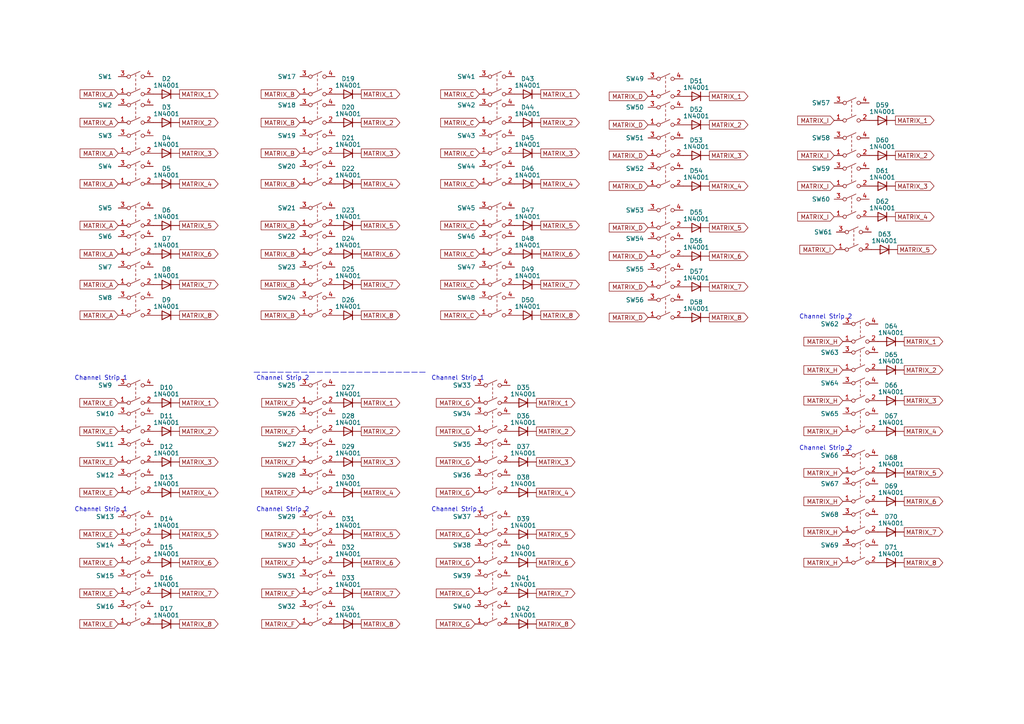
<source format=kicad_sch>
(kicad_sch (version 20211123) (generator eeschema)
  (paper "A4")
  (polyline (pts (xy 73.66 107.95) (xy 123.825 107.95)))
  (text "Channel Strip 2\n" (at 74.295 110.49 0) (effects (font (size 1.27 1.27)) (justify left bottom)))
  (text "Channel Strip 1\n" (at 21.59 110.49 0) (effects (font (size 1.27 1.27)) (justify left bottom)))
  (text "Channel Strip 2\n" (at 231.775 92.71 0) (effects (font (size 1.27 1.27)) (justify left bottom)))
  (text "Channel Strip 1\n" (at 21.59 148.59 0) (effects (font (size 1.27 1.27)) (justify left bottom)))
  (text "Channel Strip 2\n" (at 74.295 148.59 0) (effects (font (size 1.27 1.27)) (justify left bottom)))
  (text "Channel Strip 1\n" (at 125.095 110.49 0) (effects (font (size 1.27 1.27)) (justify left bottom)))
  (text "Channel Strip 1\n" (at 125.095 148.59 0) (effects (font (size 1.27 1.27)) (justify left bottom)))
  (text "Channel Strip 2\n" (at 231.775 130.81 0) (effects (font (size 1.27 1.27)) (justify left bottom)))
  (global_label "MATRIX_5" (shape output) (at 262.255 137.16 0) (property "Intersheet References" "${INTERSHEET_REFS}" (effects hide)))
  (global_label "MATRIX_8" (shape output) (at 52.07 91.44 0) (property "Intersheet References" "${INTERSHEET_REFS}" (effects hide)))
  (global_label "MATRIX_A" (shape input) (at 34.29 82.55 180) (property "Intersheet References" "${INTERSHEET_REFS}" (effects hide)))
  (global_label "MATRIX_3" (shape output) (at 205.74 45.085 0) (property "Intersheet References" "${INTERSHEET_REFS}" (effects hide)))
  (global_label "MATRIX_F" (shape input) (at 86.995 180.975 180) (property "Intersheet References" "${INTERSHEET_REFS}" (effects hide)))
  (global_label "MATRIX_E" (shape input) (at 34.29 154.94 180) (property "Intersheet References" "${INTERSHEET_REFS}" (effects hide)))
  (global_label "MATRIX_B" (shape input) (at 86.995 53.34 180) (property "Intersheet References" "${INTERSHEET_REFS}" (effects hide)))
  (global_label "MATRIX_A" (shape input) (at 34.29 91.44 180) (property "Intersheet References" "${INTERSHEET_REFS}" (effects hide)))
  (global_label "MATRIX_6" (shape output) (at 262.255 145.415 0) (property "Intersheet References" "${INTERSHEET_REFS}" (effects hide)))
  (global_label "MATRIX_7" (shape output) (at 156.845 82.55 0) (property "Intersheet References" "${INTERSHEET_REFS}" (effects hide)))
  (global_label "MATRIX_6" (shape output) (at 52.07 73.66 0) (property "Intersheet References" "${INTERSHEET_REFS}" (effects hide)))
  (global_label "MATRIX_G" (shape input) (at 137.795 172.085 180) (property "Intersheet References" "${INTERSHEET_REFS}" (effects hide)))
  (global_label "MATRIX_8" (shape output) (at 52.07 180.975 0) (property "Intersheet References" "${INTERSHEET_REFS}" (effects hide)))
  (global_label "MATRIX_I" (shape input) (at 241.935 34.925 180) (property "Intersheet References" "${INTERSHEET_REFS}" (effects hide)))
  (global_label "MATRIX_D" (shape input) (at 187.96 74.295 180) (property "Intersheet References" "${INTERSHEET_REFS}" (effects hide)))
  (global_label "MATRIX_G" (shape input) (at 137.795 125.095 180) (property "Intersheet References" "${INTERSHEET_REFS}" (effects hide)))
  (global_label "MATRIX_1" (shape output) (at 104.775 27.305 0) (property "Intersheet References" "${INTERSHEET_REFS}" (effects hide)))
  (global_label "MATRIX_A" (shape input) (at 34.29 35.56 180) (property "Intersheet References" "${INTERSHEET_REFS}" (effects hide)))
  (global_label "MATRIX_2" (shape output) (at 104.775 125.095 0) (property "Intersheet References" "${INTERSHEET_REFS}" (effects hide)))
  (global_label "MATRIX_F" (shape input) (at 86.995 142.875 180) (property "Intersheet References" "${INTERSHEET_REFS}" (effects hide)))
  (global_label "MATRIX_F" (shape input) (at 86.995 163.195 180) (property "Intersheet References" "${INTERSHEET_REFS}" (effects hide)))
  (global_label "MATRIX_7" (shape output) (at 205.74 83.185 0) (property "Intersheet References" "${INTERSHEET_REFS}" (effects hide)))
  (global_label "MATRIX_D" (shape input) (at 187.96 66.04 180) (property "Intersheet References" "${INTERSHEET_REFS}" (effects hide)))
  (global_label "MATRIX_5" (shape output) (at 260.35 72.39 0) (property "Intersheet References" "${INTERSHEET_REFS}" (effects hide)))
  (global_label "MATRIX_3" (shape output) (at 259.715 53.975 0) (property "Intersheet References" "${INTERSHEET_REFS}" (effects hide)))
  (global_label "MATRIX_F" (shape input) (at 86.995 125.095 180) (property "Intersheet References" "${INTERSHEET_REFS}" (effects hide)))
  (global_label "MATRIX_3" (shape output) (at 155.575 133.985 0) (property "Intersheet References" "${INTERSHEET_REFS}" (effects hide)))
  (global_label "MATRIX_1" (shape output) (at 52.07 27.305 0) (property "Intersheet References" "${INTERSHEET_REFS}" (effects hide)))
  (global_label "MATRIX_6" (shape output) (at 156.845 73.66 0) (property "Intersheet References" "${INTERSHEET_REFS}" (effects hide)))
  (global_label "MATRIX_D" (shape input) (at 187.96 83.185 180) (property "Intersheet References" "${INTERSHEET_REFS}" (effects hide)))
  (global_label "MATRIX_2" (shape output) (at 52.07 35.56 0) (property "Intersheet References" "${INTERSHEET_REFS}" (effects hide)))
  (global_label "MATRIX_E" (shape input) (at 34.29 116.84 180) (property "Intersheet References" "${INTERSHEET_REFS}" (effects hide)))
  (global_label "MATRIX_I" (shape input) (at 242.57 72.39 180) (property "Intersheet References" "${INTERSHEET_REFS}" (effects hide)))
  (global_label "MATRIX_6" (shape output) (at 52.07 163.195 0) (property "Intersheet References" "${INTERSHEET_REFS}" (effects hide)))
  (global_label "MATRIX_3" (shape output) (at 262.255 116.205 0) (property "Intersheet References" "${INTERSHEET_REFS}" (effects hide)))
  (global_label "MATRIX_C" (shape input) (at 139.065 53.34 180) (property "Intersheet References" "${INTERSHEET_REFS}" (effects hide)))
  (global_label "MATRIX_8" (shape output) (at 104.775 180.975 0) (property "Intersheet References" "${INTERSHEET_REFS}" (effects hide)))
  (global_label "MATRIX_2" (shape output) (at 156.845 35.56 0) (property "Intersheet References" "${INTERSHEET_REFS}" (effects hide)))
  (global_label "MATRIX_1" (shape output) (at 205.74 27.94 0) (property "Intersheet References" "${INTERSHEET_REFS}" (effects hide)))
  (global_label "MATRIX_4" (shape output) (at 156.845 53.34 0) (property "Intersheet References" "${INTERSHEET_REFS}" (effects hide)))
  (global_label "MATRIX_D" (shape input) (at 187.96 36.195 180) (property "Intersheet References" "${INTERSHEET_REFS}" (effects hide)))
  (global_label "MATRIX_G" (shape input) (at 137.795 154.94 180) (property "Intersheet References" "${INTERSHEET_REFS}" (effects hide)))
  (global_label "MATRIX_E" (shape input) (at 34.29 133.985 180) (property "Intersheet References" "${INTERSHEET_REFS}" (effects hide)))
  (global_label "MATRIX_H" (shape input) (at 244.475 145.415 180) (property "Intersheet References" "${INTERSHEET_REFS}" (effects hide)))
  (global_label "MATRIX_C" (shape input) (at 139.065 82.55 180) (property "Intersheet References" "${INTERSHEET_REFS}" (effects hide)))
  (global_label "MATRIX_2" (shape output) (at 155.575 125.095 0) (property "Intersheet References" "${INTERSHEET_REFS}" (effects hide)))
  (global_label "MATRIX_E" (shape input) (at 34.29 180.975 180) (property "Intersheet References" "${INTERSHEET_REFS}" (effects hide)))
  (global_label "MATRIX_1" (shape output) (at 262.255 99.06 0) (property "Intersheet References" "${INTERSHEET_REFS}" (effects hide)))
  (global_label "MATRIX_F" (shape input) (at 86.995 133.985 180) (property "Intersheet References" "${INTERSHEET_REFS}" (effects hide)))
  (global_label "MATRIX_B" (shape input) (at 86.995 73.66 180) (property "Intersheet References" "${INTERSHEET_REFS}" (effects hide)))
  (global_label "MATRIX_D" (shape input) (at 187.96 45.085 180) (property "Intersheet References" "${INTERSHEET_REFS}" (effects hide)))
  (global_label "MATRIX_F" (shape input) (at 86.995 172.085 180) (property "Intersheet References" "${INTERSHEET_REFS}" (effects hide)))
  (global_label "MATRIX_7" (shape output) (at 52.07 172.085 0) (property "Intersheet References" "${INTERSHEET_REFS}" (effects hide)))
  (global_label "MATRIX_4" (shape output) (at 262.255 125.095 0) (property "Intersheet References" "${INTERSHEET_REFS}" (effects hide)))
  (global_label "MATRIX_8" (shape output) (at 155.575 180.975 0) (property "Intersheet References" "${INTERSHEET_REFS}" (effects hide)))
  (global_label "MATRIX_E" (shape input) (at 34.29 172.085 180) (property "Intersheet References" "${INTERSHEET_REFS}" (effects hide)))
  (global_label "MATRIX_1" (shape output) (at 155.575 116.84 0) (property "Intersheet References" "${INTERSHEET_REFS}" (effects hide)))
  (global_label "MATRIX_3" (shape output) (at 52.07 133.985 0) (property "Intersheet References" "${INTERSHEET_REFS}" (effects hide)))
  (global_label "MATRIX_2" (shape output) (at 52.07 125.095 0) (property "Intersheet References" "${INTERSHEET_REFS}" (effects hide)))
  (global_label "MATRIX_4" (shape output) (at 205.74 53.975 0) (property "Intersheet References" "${INTERSHEET_REFS}" (effects hide)))
  (global_label "MATRIX_5" (shape output) (at 156.845 65.405 0) (property "Intersheet References" "${INTERSHEET_REFS}" (effects hide)))
  (global_label "MATRIX_H" (shape input) (at 244.475 154.305 180) (property "Intersheet References" "${INTERSHEET_REFS}" (effects hide)))
  (global_label "MATRIX_C" (shape input) (at 139.065 65.405 180) (property "Intersheet References" "${INTERSHEET_REFS}" (effects hide)))
  (global_label "MATRIX_B" (shape input) (at 86.995 44.45 180) (property "Intersheet References" "${INTERSHEET_REFS}" (effects hide)))
  (global_label "MATRIX_2" (shape output) (at 205.74 36.195 0) (property "Intersheet References" "${INTERSHEET_REFS}" (effects hide)))
  (global_label "MATRIX_8" (shape output) (at 205.74 92.075 0) (property "Intersheet References" "${INTERSHEET_REFS}" (effects hide)))
  (global_label "MATRIX_I" (shape input) (at 241.935 45.085 180) (property "Intersheet References" "${INTERSHEET_REFS}" (effects hide)))
  (global_label "MATRIX_4" (shape output) (at 52.07 142.875 0) (property "Intersheet References" "${INTERSHEET_REFS}" (effects hide)))
  (global_label "MATRIX_B" (shape input) (at 86.995 27.305 180) (property "Intersheet References" "${INTERSHEET_REFS}" (effects hide)))
  (global_label "MATRIX_A" (shape input) (at 34.29 53.34 180) (property "Intersheet References" "${INTERSHEET_REFS}" (effects hide)))
  (global_label "MATRIX_1" (shape output) (at 156.845 27.305 0) (property "Intersheet References" "${INTERSHEET_REFS}" (effects hide)))
  (global_label "MATRIX_C" (shape input) (at 139.065 91.44 180) (property "Intersheet References" "${INTERSHEET_REFS}" (effects hide)))
  (global_label "MATRIX_4" (shape output) (at 104.775 53.34 0) (property "Intersheet References" "${INTERSHEET_REFS}" (effects hide)))
  (global_label "MATRIX_F" (shape input) (at 86.995 116.84 180) (property "Intersheet References" "${INTERSHEET_REFS}" (effects hide)))
  (global_label "MATRIX_5" (shape output) (at 205.74 66.04 0) (property "Intersheet References" "${INTERSHEET_REFS}" (effects hide)))
  (global_label "MATRIX_3" (shape output) (at 104.775 133.985 0) (property "Intersheet References" "${INTERSHEET_REFS}" (effects hide)))
  (global_label "MATRIX_B" (shape input) (at 86.995 65.405 180) (property "Intersheet References" "${INTERSHEET_REFS}" (effects hide)))
  (global_label "MATRIX_G" (shape input) (at 137.795 133.985 180) (property "Intersheet References" "${INTERSHEET_REFS}" (effects hide)))
  (global_label "MATRIX_H" (shape input) (at 244.475 116.205 180) (property "Intersheet References" "${INTERSHEET_REFS}" (effects hide)))
  (global_label "MATRIX_7" (shape output) (at 262.255 154.305 0) (property "Intersheet References" "${INTERSHEET_REFS}" (effects hide)))
  (global_label "MATRIX_D" (shape input) (at 187.96 27.94 180) (property "Intersheet References" "${INTERSHEET_REFS}" (effects hide)))
  (global_label "MATRIX_8" (shape output) (at 262.255 163.195 0) (property "Intersheet References" "${INTERSHEET_REFS}" (effects hide)))
  (global_label "MATRIX_6" (shape output) (at 104.775 73.66 0) (property "Intersheet References" "${INTERSHEET_REFS}" (effects hide)))
  (global_label "MATRIX_B" (shape input) (at 86.995 35.56 180) (property "Intersheet References" "${INTERSHEET_REFS}" (effects hide)))
  (global_label "MATRIX_8" (shape output) (at 156.845 91.44 0) (property "Intersheet References" "${INTERSHEET_REFS}" (effects hide)))
  (global_label "MATRIX_A" (shape input) (at 34.29 27.305 180) (property "Intersheet References" "${INTERSHEET_REFS}" (effects hide)))
  (global_label "MATRIX_G" (shape input) (at 137.795 163.195 180) (property "Intersheet References" "${INTERSHEET_REFS}" (effects hide)))
  (global_label "MATRIX_4" (shape output) (at 52.07 53.34 0) (property "Intersheet References" "${INTERSHEET_REFS}" (effects hide)))
  (global_label "MATRIX_A" (shape input) (at 34.29 65.405 180) (property "Intersheet References" "${INTERSHEET_REFS}" (effects hide)))
  (global_label "MATRIX_C" (shape input) (at 139.065 27.305 180) (property "Intersheet References" "${INTERSHEET_REFS}" (effects hide)))
  (global_label "MATRIX_D" (shape input) (at 187.96 92.075 180) (property "Intersheet References" "${INTERSHEET_REFS}" (effects hide)))
  (global_label "MATRIX_G" (shape input) (at 137.795 180.975 180) (property "Intersheet References" "${INTERSHEET_REFS}" (effects hide)))
  (global_label "MATRIX_1" (shape output) (at 104.775 116.84 0) (property "Intersheet References" "${INTERSHEET_REFS}" (effects hide)))
  (global_label "MATRIX_3" (shape output) (at 156.845 44.45 0) (property "Intersheet References" "${INTERSHEET_REFS}" (effects hide)))
  (global_label "MATRIX_4" (shape output) (at 155.575 142.875 0) (property "Intersheet References" "${INTERSHEET_REFS}" (effects hide)))
  (global_label "MATRIX_E" (shape input) (at 34.29 163.195 180) (property "Intersheet References" "${INTERSHEET_REFS}" (effects hide)))
  (global_label "MATRIX_5" (shape output) (at 52.07 154.94 0) (property "Intersheet References" "${INTERSHEET_REFS}" (effects hide)))
  (global_label "MATRIX_6" (shape output) (at 205.74 74.295 0) (property "Intersheet References" "${INTERSHEET_REFS}" (effects hide)))
  (global_label "MATRIX_5" (shape output) (at 104.775 154.94 0) (property "Intersheet References" "${INTERSHEET_REFS}" (effects hide)))
  (global_label "MATRIX_4" (shape output) (at 259.715 62.865 0) (property "Intersheet References" "${INTERSHEET_REFS}" (effects hide)))
  (global_label "MATRIX_1" (shape output) (at 259.715 34.925 0) (property "Intersheet References" "${INTERSHEET_REFS}" (effects hide)))
  (global_label "MATRIX_2" (shape output) (at 104.775 35.56 0) (property "Intersheet References" "${INTERSHEET_REFS}" (effects hide)))
  (global_label "MATRIX_4" (shape output) (at 104.775 142.875 0) (property "Intersheet References" "${INTERSHEET_REFS}" (effects hide)))
  (global_label "MATRIX_G" (shape input) (at 137.795 142.875 180) (property "Intersheet References" "${INTERSHEET_REFS}" (effects hide)))
  (global_label "MATRIX_E" (shape input) (at 34.29 142.875 180) (property "Intersheet References" "${INTERSHEET_REFS}" (effects hide)))
  (global_label "MATRIX_2" (shape output) (at 259.715 45.085 0) (property "Intersheet References" "${INTERSHEET_REFS}" (effects hide)))
  (global_label "MATRIX_7" (shape output) (at 155.575 172.085 0) (property "Intersheet References" "${INTERSHEET_REFS}" (effects hide)))
  (global_label "MATRIX_I" (shape input) (at 241.935 53.975 180) (property "Intersheet References" "${INTERSHEET_REFS}" (effects hide)))
  (global_label "MATRIX_G" (shape input) (at 137.795 116.84 180) (property "Intersheet References" "${INTERSHEET_REFS}" (effects hide)))
  (global_label "MATRIX_1" (shape output) (at 52.07 116.84 0) (property "Intersheet References" "${INTERSHEET_REFS}" (effects hide)))
  (global_label "MATRIX_8" (shape output) (at 104.775 91.44 0) (property "Intersheet References" "${INTERSHEET_REFS}" (effects hide)))
  (global_label "MATRIX_5" (shape output) (at 52.07 65.405 0) (property "Intersheet References" "${INTERSHEET_REFS}" (effects hide)))
  (global_label "MATRIX_H" (shape input) (at 244.475 163.195 180) (property "Intersheet References" "${INTERSHEET_REFS}" (effects hide)))
  (global_label "MATRIX_C" (shape input) (at 139.065 35.56 180) (property "Intersheet References" "${INTERSHEET_REFS}" (effects hide)))
  (global_label "MATRIX_H" (shape input) (at 244.475 137.16 180) (property "Intersheet References" "${INTERSHEET_REFS}" (effects hide)))
  (global_label "MATRIX_3" (shape output) (at 52.07 44.45 0) (property "Intersheet References" "${INTERSHEET_REFS}" (effects hide)))
  (global_label "MATRIX_F" (shape input) (at 86.995 154.94 180) (property "Intersheet References" "${INTERSHEET_REFS}" (effects hide)))
  (global_label "MATRIX_7" (shape output) (at 104.775 172.085 0) (property "Intersheet References" "${INTERSHEET_REFS}" (effects hide)))
  (global_label "MATRIX_A" (shape input) (at 34.29 73.66 180) (property "Intersheet References" "${INTERSHEET_REFS}" (effects hide)))
  (global_label "MATRIX_5" (shape output) (at 155.575 154.94 0) (property "Intersheet References" "${INTERSHEET_REFS}" (effects hide)))
  (global_label "MATRIX_C" (shape input) (at 139.065 44.45 180) (property "Intersheet References" "${INTERSHEET_REFS}" (effects hide)))
  (global_label "MATRIX_6" (shape output) (at 104.775 163.195 0) (property "Intersheet References" "${INTERSHEET_REFS}" (effects hide)))
  (global_label "MATRIX_2" (shape output) (at 262.255 107.315 0) (property "Intersheet References" "${INTERSHEET_REFS}" (effects hide)))
  (global_label "MATRIX_B" (shape input) (at 86.995 82.55 180) (property "Intersheet References" "${INTERSHEET_REFS}" (effects hide)))
  (global_label "MATRIX_7" (shape output) (at 104.775 82.55 0) (property "Intersheet References" "${INTERSHEET_REFS}" (effects hide)))
  (global_label "MATRIX_E" (shape input) (at 34.29 125.095 180) (property "Intersheet References" "${INTERSHEET_REFS}" (effects hide)))
  (global_label "MATRIX_H" (shape input) (at 244.475 125.095 180) (property "Intersheet References" "${INTERSHEET_REFS}" (effects hide)))
  (global_label "MATRIX_C" (shape input) (at 139.065 73.66 180) (property "Intersheet References" "${INTERSHEET_REFS}" (effects hide)))
  (global_label "MATRIX_H" (shape input) (at 244.475 99.06 180) (property "Intersheet References" "${INTERSHEET_REFS}" (effects hide)))
  (global_label "MATRIX_H" (shape input) (at 244.475 107.315 180) (property "Intersheet References" "${INTERSHEET_REFS}" (effects hide)))
  (global_label "MATRIX_6" (shape output) (at 155.575 163.195 0) (property "Intersheet References" "${INTERSHEET_REFS}" (effects hide)))
  (global_label "MATRIX_A" (shape input) (at 34.29 44.45 180) (property "Intersheet References" "${INTERSHEET_REFS}" (effects hide)))
  (global_label "MATRIX_3" (shape output) (at 104.775 44.45 0) (property "Intersheet References" "${INTERSHEET_REFS}" (effects hide)))
  (global_label "MATRIX_D" (shape input) (at 187.96 53.975 180) (property "Intersheet References" "${INTERSHEET_REFS}" (effects hide)))
  (global_label "MATRIX_I" (shape input) (at 241.935 62.865 180) (property "Intersheet References" "${INTERSHEET_REFS}" (effects hide)))
  (global_label "MATRIX_7" (shape output) (at 52.07 82.55 0) (property "Intersheet References" "${INTERSHEET_REFS}" (effects hide)))
  (global_label "MATRIX_B" (shape input) (at 86.995 91.44 180) (property "Intersheet References" "${INTERSHEET_REFS}" (effects hide)))
  (global_label "MATRIX_5" (shape output) (at 104.775 65.405 0) (property "Intersheet References" "${INTERSHEET_REFS}" (effects hide)))
  (symbol (lib_id "Z8C rev3-cache:Switch_SW_DPST") (at 144.145 80.01 0) (unit 1)
    (property "Reference" "SW47" (at 135.255 77.47 0))
    (property "Value" "Switch_SW_DPST" (effects hide))
    (property "Footprint" "cherrymx:SW_Cherry_MX_PCB_1.00u" (effects hide))
  )
  (symbol (lib_id "Z8C rev3-cache:Switch_SW_DPST") (at 39.37 88.9 0) (unit 1)
    (property "Reference" "SW8" (at 30.48 86.36 0))
    (property "Value" "Switch_SW_DPST" (effects hide))
    (property "Footprint" "cherrymx:SW_Cherry_MX_PCB_1.00u" (effects hide))
  )
  (symbol (lib_id "Diode:1N4001") (at 100.965 91.44 180) (unit 1)
    (property "Reference" "D26" (at 100.965 86.995 0))
    (property "Value" "1N4001" (at 100.965 88.9 0))
    (property "Footprint" "Diode_THT:D_DO-41_SOD81_P10.16mm_Horizontal" (effects hide))
    (property "Datasheet" "http://www.vishay.com/docs/88503/1n4001.pdf" (effects hide))
  )
  (symbol (lib_id "Diode:1N4001") (at 100.965 73.66 180) (unit 1)
    (property "Reference" "D24" (at 100.965 69.215 0))
    (property "Value" "1N4001" (at 100.965 71.12 0))
    (property "Footprint" "Diode_THT:D_DO-41_SOD81_P10.16mm_Horizontal" (effects hide))
    (property "Datasheet" "http://www.vishay.com/docs/88503/1n4001.pdf" (effects hide))
  )
  (symbol (lib_id "Z8C rev3-cache:Switch_SW_DPST") (at 193.04 71.755 0) (unit 1)
    (property "Reference" "SW54" (at 184.15 69.215 0))
    (property "Value" "Switch_SW_DPST" (effects hide))
    (property "Footprint" "cherrymx:SW_Cherry_MX_PCB_1.00u" (effects hide))
  )
  (symbol (lib_id "Diode:1N4001") (at 258.445 116.205 180) (unit 1)
    (property "Reference" "D66" (at 258.445 111.76 0))
    (property "Value" "1N4001" (at 258.445 113.665 0))
    (property "Footprint" "Diode_THT:D_DO-41_SOD81_P10.16mm_Horizontal" (effects hide))
    (property "Datasheet" "http://www.vishay.com/docs/88503/1n4001.pdf" (effects hide))
  )
  (symbol (lib_id "Diode:1N4001") (at 48.26 125.095 180) (unit 1)
    (property "Reference" "D11" (at 48.26 120.65 0))
    (property "Value" "1N4001" (at 48.26 122.555 0))
    (property "Footprint" "Diode_THT:D_DO-41_SOD81_P10.16mm_Horizontal" (effects hide))
    (property "Datasheet" "http://www.vishay.com/docs/88503/1n4001.pdf" (effects hide))
  )
  (symbol (lib_id "Z8C rev3-cache:Switch_SW_DPST") (at 92.075 140.335 0) (unit 1)
    (property "Reference" "SW28" (at 83.185 137.795 0))
    (property "Value" "Switch_SW_DPST" (effects hide))
    (property "Footprint" "cherrymx:SW_Cherry_MX_PCB_1.00u" (effects hide))
  )
  (symbol (lib_id "Diode:1N4001") (at 100.965 163.195 180) (unit 1)
    (property "Reference" "D32" (at 100.965 158.75 0))
    (property "Value" "1N4001" (at 100.965 160.655 0))
    (property "Footprint" "Diode_THT:D_DO-41_SOD81_P10.16mm_Horizontal" (effects hide))
    (property "Datasheet" "http://www.vishay.com/docs/88503/1n4001.pdf" (effects hide))
  )
  (symbol (lib_id "Diode:1N4001") (at 100.965 172.085 180) (unit 1)
    (property "Reference" "D33" (at 100.965 167.64 0))
    (property "Value" "1N4001" (at 100.965 169.545 0))
    (property "Footprint" "Diode_THT:D_DO-41_SOD81_P10.16mm_Horizontal" (effects hide))
    (property "Datasheet" "http://www.vishay.com/docs/88503/1n4001.pdf" (effects hide))
  )
  (symbol (lib_id "Z8C rev3-cache:Switch_SW_DPST") (at 193.04 63.5 0) (unit 1)
    (property "Reference" "SW53" (at 184.15 60.96 0))
    (property "Value" "Switch_SW_DPST" (effects hide))
    (property "Footprint" "cherrymx:SW_Cherry_MX_PCB_1.00u" (effects hide))
  )
  (symbol (lib_id "Z8C rev3-cache:Switch_SW_DPST") (at 193.04 80.645 0) (unit 1)
    (property "Reference" "SW55" (at 184.15 78.105 0))
    (property "Value" "Switch_SW_DPST" (effects hide))
    (property "Footprint" "cherrymx:SW_Cherry_MX_PCB_1.00u" (effects hide))
  )
  (symbol (lib_id "Z8C rev3-cache:Switch_SW_DPST") (at 142.875 152.4 0) (unit 1)
    (property "Reference" "SW37" (at 133.985 149.86 0))
    (property "Value" "Switch_SW_DPST" (effects hide))
    (property "Footprint" "cherrymx:SW_Cherry_MX_PCB_1.00u" (effects hide))
  )
  (symbol (lib_id "Diode:1N4001") (at 48.26 142.875 180) (unit 1)
    (property "Reference" "D13" (at 48.26 138.43 0))
    (property "Value" "1N4001" (at 48.26 140.335 0))
    (property "Footprint" "Diode_THT:D_DO-41_SOD81_P10.16mm_Horizontal" (effects hide))
    (property "Datasheet" "http://www.vishay.com/docs/88503/1n4001.pdf" (effects hide))
  )
  (symbol (lib_id "Diode:1N4001") (at 201.93 53.975 180) (unit 1)
    (property "Reference" "D54" (at 201.93 49.53 0))
    (property "Value" "1N4001" (at 201.93 51.435 0))
    (property "Footprint" "Diode_THT:D_DO-41_SOD81_P10.16mm_Horizontal" (effects hide))
    (property "Datasheet" "http://www.vishay.com/docs/88503/1n4001.pdf" (effects hide))
  )
  (symbol (lib_id "Diode:1N4001") (at 100.965 44.45 180) (unit 1)
    (property "Reference" "D21" (at 100.965 40.005 0))
    (property "Value" "1N4001" (at 100.965 41.91 0))
    (property "Footprint" "Diode_THT:D_DO-41_SOD81_P10.16mm_Horizontal" (effects hide))
    (property "Datasheet" "http://www.vishay.com/docs/88503/1n4001.pdf" (effects hide))
  )
  (symbol (lib_id "Z8C rev3-cache:Switch_SW_DPST") (at 92.075 169.545 0) (unit 1)
    (property "Reference" "SW31" (at 83.185 167.005 0))
    (property "Value" "Switch_SW_DPST" (effects hide))
    (property "Footprint" "cherrymx:SW_Cherry_MX_PCB_1.00u" (effects hide))
  )
  (symbol (lib_id "Diode:1N4001") (at 153.035 27.305 180) (unit 1)
    (property "Reference" "D43" (at 153.035 22.86 0))
    (property "Value" "1N4001" (at 153.035 24.765 0))
    (property "Footprint" "Diode_THT:D_DO-41_SOD81_P10.16mm_Horizontal" (effects hide))
    (property "Datasheet" "http://www.vishay.com/docs/88503/1n4001.pdf" (effects hide))
  )
  (symbol (lib_id "Diode:1N4001") (at 258.445 145.415 180) (unit 1)
    (property "Reference" "D69" (at 258.445 140.97 0))
    (property "Value" "1N4001" (at 258.445 142.875 0))
    (property "Footprint" "Diode_THT:D_DO-41_SOD81_P10.16mm_Horizontal" (effects hide))
    (property "Datasheet" "http://www.vishay.com/docs/88503/1n4001.pdf" (effects hide))
  )
  (symbol (lib_id "Z8C rev3-cache:Switch_SW_DPST") (at 92.075 122.555 0) (unit 1)
    (property "Reference" "SW26" (at 83.185 120.015 0))
    (property "Value" "Switch_SW_DPST" (effects hide))
    (property "Footprint" "cherrymx:SW_Cherry_MX_PCB_1.00u" (effects hide))
  )
  (symbol (lib_id "Diode:1N4001") (at 48.26 180.975 180) (unit 1)
    (property "Reference" "D17" (at 48.26 176.53 0))
    (property "Value" "1N4001" (at 48.26 178.435 0))
    (property "Footprint" "Diode_THT:D_DO-41_SOD81_P10.16mm_Horizontal" (effects hide))
    (property "Datasheet" "http://www.vishay.com/docs/88503/1n4001.pdf" (effects hide))
  )
  (symbol (lib_id "Z8C rev3-cache:Switch_SW_DPST") (at 39.37 152.4 0) (unit 1)
    (property "Reference" "SW13" (at 30.48 149.86 0))
    (property "Value" "Switch_SW_DPST" (effects hide))
    (property "Footprint" "cherrymx:SW_Cherry_MX_PCB_1.00u" (effects hide))
  )
  (symbol (lib_id "Diode:1N4001") (at 258.445 154.305 180) (unit 1)
    (property "Reference" "D70" (at 258.445 149.86 0))
    (property "Value" "1N4001" (at 258.445 151.765 0))
    (property "Footprint" "Diode_THT:D_DO-41_SOD81_P10.16mm_Horizontal" (effects hide))
    (property "Datasheet" "http://www.vishay.com/docs/88503/1n4001.pdf" (effects hide))
  )
  (symbol (lib_id "Z8C rev3-cache:Switch_SW_DPST") (at 193.04 89.535 0) (unit 1)
    (property "Reference" "SW56" (at 184.15 86.995 0))
    (property "Value" "Switch_SW_DPST" (effects hide))
    (property "Footprint" "cherrymx:SW_Cherry_MX_PCB_1.00u" (effects hide))
  )
  (symbol (lib_id "Z8C rev3-cache:Switch_SW_DPST") (at 249.555 104.775 0) (unit 1)
    (property "Reference" "SW63" (at 240.665 102.235 0))
    (property "Value" "Switch_SW_DPST" (effects hide))
    (property "Footprint" "cherrymx:SW_Cherry_MX_PCB_1.00u" (effects hide))
  )
  (symbol (lib_id "Z8C rev3-cache:Switch_SW_DPST") (at 39.37 24.765 0) (unit 1)
    (property "Reference" "SW1" (at 30.48 22.225 0))
    (property "Value" "Switch_SW_DPST" (effects hide))
    (property "Footprint" "cherrymx:SW_Cherry_MX_PCB_1.00u" (effects hide))
  )
  (symbol (lib_id "Z8C rev3-cache:Switch_SW_DPST") (at 249.555 134.62 0) (unit 1)
    (property "Reference" "SW66" (at 240.665 132.08 0))
    (property "Value" "Switch_SW_DPST" (effects hide))
    (property "Footprint" "cherrymx:SW_Cherry_MX_PCB_1.00u" (effects hide))
  )
  (symbol (lib_id "Diode:1N4001") (at 258.445 163.195 180) (unit 1)
    (property "Reference" "D71" (at 258.445 158.75 0))
    (property "Value" "1N4001" (at 258.445 160.655 0))
    (property "Footprint" "Diode_THT:D_DO-41_SOD81_P10.16mm_Horizontal" (effects hide))
    (property "Datasheet" "http://www.vishay.com/docs/88503/1n4001.pdf" (effects hide))
  )
  (symbol (lib_id "Diode:1N4001") (at 153.035 53.34 180) (unit 1)
    (property "Reference" "D46" (at 153.035 48.895 0))
    (property "Value" "1N4001" (at 153.035 50.8 0))
    (property "Footprint" "Diode_THT:D_DO-41_SOD81_P10.16mm_Horizontal" (effects hide))
    (property "Datasheet" "http://www.vishay.com/docs/88503/1n4001.pdf" (effects hide))
  )
  (symbol (lib_id "Diode:1N4001") (at 153.035 82.55 180) (unit 1)
    (property "Reference" "D49" (at 153.035 78.105 0))
    (property "Value" "1N4001" (at 153.035 80.01 0))
    (property "Footprint" "Diode_THT:D_DO-41_SOD81_P10.16mm_Horizontal" (effects hide))
    (property "Datasheet" "http://www.vishay.com/docs/88503/1n4001.pdf" (effects hide))
  )
  (symbol (lib_id "Diode:1N4001") (at 48.26 44.45 180) (unit 1)
    (property "Reference" "D4" (at 48.26 40.005 0))
    (property "Value" "1N4001" (at 48.26 41.91 0))
    (property "Footprint" "Diode_THT:D_DO-41_SOD81_P10.16mm_Horizontal" (effects hide))
    (property "Datasheet" "http://www.vishay.com/docs/88503/1n4001.pdf" (effects hide))
  )
  (symbol (lib_id "Diode:1N4001") (at 201.93 45.085 180) (unit 1)
    (property "Reference" "D53" (at 201.93 40.64 0))
    (property "Value" "1N4001" (at 201.93 42.545 0))
    (property "Footprint" "Diode_THT:D_DO-41_SOD81_P10.16mm_Horizontal" (effects hide))
    (property "Datasheet" "http://www.vishay.com/docs/88503/1n4001.pdf" (effects hide))
  )
  (symbol (lib_id "Z8C rev3-cache:Switch_SW_DPST") (at 39.37 33.02 0) (unit 1)
    (property "Reference" "SW2" (at 30.48 30.48 0))
    (property "Value" "Switch_SW_DPST" (effects hide))
    (property "Footprint" "cherrymx:SW_Cherry_MX_PCB_1.00u" (effects hide))
  )
  (symbol (lib_id "Z8C rev3-cache:Switch_SW_DPST") (at 193.04 33.655 0) (unit 1)
    (property "Reference" "SW50" (at 184.15 31.115 0))
    (property "Value" "Switch_SW_DPST" (effects hide))
    (property "Footprint" "cherrymx:SW_Cherry_MX_PCB_1.00u" (effects hide))
  )
  (symbol (lib_id "Diode:1N4001") (at 151.765 172.085 180) (unit 1)
    (property "Reference" "D41" (at 151.765 167.64 0))
    (property "Value" "1N4001" (at 151.765 169.545 0))
    (property "Footprint" "Diode_THT:D_DO-41_SOD81_P10.16mm_Horizontal" (effects hide))
    (property "Datasheet" "http://www.vishay.com/docs/88503/1n4001.pdf" (effects hide))
  )
  (symbol (lib_id "Z8C rev3-cache:Switch_SW_DPST") (at 249.555 122.555 0) (unit 1)
    (property "Reference" "SW65" (at 240.665 120.015 0))
    (property "Value" "Switch_SW_DPST" (effects hide))
    (property "Footprint" "cherrymx:SW_Cherry_MX_PCB_1.00u" (effects hide))
  )
  (symbol (lib_id "Diode:1N4001") (at 151.765 180.975 180) (unit 1)
    (property "Reference" "D42" (at 151.765 176.53 0))
    (property "Value" "1N4001" (at 151.765 178.435 0))
    (property "Footprint" "Diode_THT:D_DO-41_SOD81_P10.16mm_Horizontal" (effects hide))
    (property "Datasheet" "http://www.vishay.com/docs/88503/1n4001.pdf" (effects hide))
  )
  (symbol (lib_id "Diode:1N4001") (at 151.765 163.195 180) (unit 1)
    (property "Reference" "D40" (at 151.765 158.75 0))
    (property "Value" "1N4001" (at 151.765 160.655 0))
    (property "Footprint" "Diode_THT:D_DO-41_SOD81_P10.16mm_Horizontal" (effects hide))
    (property "Datasheet" "http://www.vishay.com/docs/88503/1n4001.pdf" (effects hide))
  )
  (symbol (lib_id "Diode:1N4001") (at 48.26 172.085 180) (unit 1)
    (property "Reference" "D16" (at 48.26 167.64 0))
    (property "Value" "1N4001" (at 48.26 169.545 0))
    (property "Footprint" "Diode_THT:D_DO-41_SOD81_P10.16mm_Horizontal" (effects hide))
    (property "Datasheet" "http://www.vishay.com/docs/88503/1n4001.pdf" (effects hide))
  )
  (symbol (lib_id "Diode:1N4001") (at 100.965 53.34 180) (unit 1)
    (property "Reference" "D22" (at 100.965 48.895 0))
    (property "Value" "1N4001" (at 100.965 50.8 0))
    (property "Footprint" "Diode_THT:D_DO-41_SOD81_P10.16mm_Horizontal" (effects hide))
    (property "Datasheet" "http://www.vishay.com/docs/88503/1n4001.pdf" (effects hide))
  )
  (symbol (lib_id "Diode:1N4001") (at 100.965 27.305 180) (unit 1)
    (property "Reference" "D19" (at 100.965 22.86 0))
    (property "Value" "1N4001" (at 100.965 24.765 0))
    (property "Footprint" "Diode_THT:D_DO-41_SOD81_P10.16mm_Horizontal" (effects hide))
    (property "Datasheet" "http://www.vishay.com/docs/88503/1n4001.pdf" (effects hide))
  )
  (symbol (lib_id "Z8C rev3-cache:Switch_SW_DPST") (at 92.075 41.91 0) (unit 1)
    (property "Reference" "SW19" (at 83.185 39.37 0))
    (property "Value" "Switch_SW_DPST" (effects hide))
    (property "Footprint" "cherrymx:SW_Cherry_MX_PCB_1.00u" (effects hide))
  )
  (symbol (lib_id "Diode:1N4001") (at 151.765 154.94 180) (unit 1)
    (property "Reference" "D39" (at 151.765 150.495 0))
    (property "Value" "1N4001" (at 151.765 152.4 0))
    (property "Footprint" "Diode_THT:D_DO-41_SOD81_P10.16mm_Horizontal" (effects hide))
    (property "Datasheet" "http://www.vishay.com/docs/88503/1n4001.pdf" (effects hide))
  )
  (symbol (lib_id "Z8C rev3-cache:Switch_SW_DPST") (at 39.37 80.01 0) (unit 1)
    (property "Reference" "SW7" (at 30.48 77.47 0))
    (property "Value" "Switch_SW_DPST" (effects hide))
    (property "Footprint" "cherrymx:SW_Cherry_MX_PCB_1.00u" (effects hide))
  )
  (symbol (lib_id "Diode:1N4001") (at 100.965 154.94 180) (unit 1)
    (property "Reference" "D31" (at 100.965 150.495 0))
    (property "Value" "1N4001" (at 100.965 152.4 0))
    (property "Footprint" "Diode_THT:D_DO-41_SOD81_P10.16mm_Horizontal" (effects hide))
    (property "Datasheet" "http://www.vishay.com/docs/88503/1n4001.pdf" (effects hide))
  )
  (symbol (lib_id "Z8C rev3-cache:Switch_SW_DPST") (at 144.145 41.91 0) (unit 1)
    (property "Reference" "SW43" (at 135.255 39.37 0))
    (property "Value" "Switch_SW_DPST" (effects hide))
    (property "Footprint" "cherrymx:SW_Cherry_MX_PCB_1.00u" (effects hide))
  )
  (symbol (lib_id "Diode:1N4001") (at 255.905 62.865 180) (unit 1)
    (property "Reference" "D62" (at 255.905 58.42 0))
    (property "Value" "1N4001" (at 255.905 60.325 0))
    (property "Footprint" "Diode_THT:D_DO-41_SOD81_P10.16mm_Horizontal" (effects hide))
    (property "Datasheet" "http://www.vishay.com/docs/88503/1n4001.pdf" (effects hide))
  )
  (symbol (lib_id "Diode:1N4001") (at 258.445 99.06 180) (unit 1)
    (property "Reference" "D64" (at 258.445 94.615 0))
    (property "Value" "1N4001" (at 258.445 96.52 0))
    (property "Footprint" "Diode_THT:D_DO-41_SOD81_P10.16mm_Horizontal" (effects hide))
    (property "Datasheet" "http://www.vishay.com/docs/88503/1n4001.pdf" (effects hide))
  )
  (symbol (lib_id "Diode:1N4001") (at 258.445 125.095 180) (unit 1)
    (property "Reference" "D67" (at 258.445 120.65 0))
    (property "Value" "1N4001" (at 258.445 122.555 0))
    (property "Footprint" "Diode_THT:D_DO-41_SOD81_P10.16mm_Horizontal" (effects hide))
    (property "Datasheet" "http://www.vishay.com/docs/88503/1n4001.pdf" (effects hide))
  )
  (symbol (lib_id "Z8C rev3-cache:Switch_SW_DPST") (at 39.37 41.91 0) (unit 1)
    (property "Reference" "SW3" (at 30.48 39.37 0))
    (property "Value" "Switch_SW_DPST" (effects hide))
    (property "Footprint" "cherrymx:SW_Cherry_MX_PCB_1.00u" (effects hide))
  )
  (symbol (lib_id "Z8C rev3-cache:Switch_SW_DPST") (at 39.37 122.555 0) (unit 1)
    (property "Reference" "SW10" (at 30.48 120.015 0))
    (property "Value" "Switch_SW_DPST" (effects hide))
    (property "Footprint" "cherrymx:SW_Cherry_MX_PCB_1.00u" (effects hide))
  )
  (symbol (lib_id "Diode:1N4001") (at 255.905 53.975 180) (unit 1)
    (property "Reference" "D61" (at 255.905 49.53 0))
    (property "Value" "1N4001" (at 255.905 51.435 0))
    (property "Footprint" "Diode_THT:D_DO-41_SOD81_P10.16mm_Horizontal" (effects hide))
    (property "Datasheet" "http://www.vishay.com/docs/88503/1n4001.pdf" (effects hide))
  )
  (symbol (lib_id "Diode:1N4001") (at 48.26 163.195 180) (unit 1)
    (property "Reference" "D15" (at 48.26 158.75 0))
    (property "Value" "1N4001" (at 48.26 160.655 0))
    (property "Footprint" "Diode_THT:D_DO-41_SOD81_P10.16mm_Horizontal" (effects hide))
    (property "Datasheet" "http://www.vishay.com/docs/88503/1n4001.pdf" (effects hide))
  )
  (symbol (lib_id "Diode:1N4001") (at 201.93 66.04 180) (unit 1)
    (property "Reference" "D55" (at 201.93 61.595 0))
    (property "Value" "1N4001" (at 201.93 63.5 0))
    (property "Footprint" "Diode_THT:D_DO-41_SOD81_P10.16mm_Horizontal" (effects hide))
    (property "Datasheet" "http://www.vishay.com/docs/88503/1n4001.pdf" (effects hide))
  )
  (symbol (lib_id "Z8C rev3-cache:Switch_SW_DPST") (at 142.875 160.655 0) (unit 1)
    (property "Reference" "SW38" (at 133.985 158.115 0))
    (property "Value" "Switch_SW_DPST" (effects hide))
    (property "Footprint" "cherrymx:SW_Cherry_MX_PCB_1.00u" (effects hide))
  )
  (symbol (lib_id "Diode:1N4001") (at 255.905 45.085 180) (unit 1)
    (property "Reference" "D60" (at 255.905 40.64 0))
    (property "Value" "1N4001" (at 255.905 42.545 0))
    (property "Footprint" "Diode_THT:D_DO-41_SOD81_P10.16mm_Horizontal" (effects hide))
    (property "Datasheet" "http://www.vishay.com/docs/88503/1n4001.pdf" (effects hide))
  )
  (symbol (lib_id "Diode:1N4001") (at 153.035 44.45 180) (unit 1)
    (property "Reference" "D45" (at 153.035 40.005 0))
    (property "Value" "1N4001" (at 153.035 41.91 0))
    (property "Footprint" "Diode_THT:D_DO-41_SOD81_P10.16mm_Horizontal" (effects hide))
    (property "Datasheet" "http://www.vishay.com/docs/88503/1n4001.pdf" (effects hide))
  )
  (symbol (lib_id "Diode:1N4001") (at 201.93 83.185 180) (unit 1)
    (property "Reference" "D57" (at 201.93 78.74 0))
    (property "Value" "1N4001" (at 201.93 80.645 0))
    (property "Footprint" "Diode_THT:D_DO-41_SOD81_P10.16mm_Horizontal" (effects hide))
    (property "Datasheet" "http://www.vishay.com/docs/88503/1n4001.pdf" (effects hide))
  )
  (symbol (lib_id "Diode:1N4001") (at 153.035 73.66 180) (unit 1)
    (property "Reference" "D48" (at 153.035 69.215 0))
    (property "Value" "1N4001" (at 153.035 71.12 0))
    (property "Footprint" "Diode_THT:D_DO-41_SOD81_P10.16mm_Horizontal" (effects hide))
    (property "Datasheet" "http://www.vishay.com/docs/88503/1n4001.pdf" (effects hide))
  )
  (symbol (lib_id "Z8C rev3-cache:Switch_SW_DPST") (at 247.65 69.85 0) (unit 1)
    (property "Reference" "SW61" (at 238.76 67.31 0))
    (property "Value" "Switch_SW_DPST" (effects hide))
    (property "Footprint" "cherrymx:SW_Cherry_MX_PCB_1.00u" (effects hide))
  )
  (symbol (lib_id "Z8C rev3-cache:Switch_SW_DPST") (at 193.04 51.435 0) (unit 1)
    (property "Reference" "SW52" (at 184.15 48.895 0))
    (property "Value" "Switch_SW_DPST" (effects hide))
    (property "Footprint" "cherrymx:SW_Cherry_MX_PCB_1.00u" (effects hide))
  )
  (symbol (lib_id "Diode:1N4001") (at 153.035 91.44 180) (unit 1)
    (property "Reference" "D50" (at 153.035 86.995 0))
    (property "Value" "1N4001" (at 153.035 88.9 0))
    (property "Footprint" "Diode_THT:D_DO-41_SOD81_P10.16mm_Horizontal" (effects hide))
    (property "Datasheet" "http://www.vishay.com/docs/88503/1n4001.pdf" (effects hide))
  )
  (symbol (lib_id "Diode:1N4001") (at 48.26 91.44 180) (unit 1)
    (property "Reference" "D9" (at 48.26 86.995 0))
    (property "Value" "1N4001" (at 48.26 88.9 0))
    (property "Footprint" "Diode_THT:D_DO-41_SOD81_P10.16mm_Horizontal" (effects hide))
    (property "Datasheet" "http://www.vishay.com/docs/88503/1n4001.pdf" (effects hide))
  )
  (symbol (lib_id "Z8C rev3-cache:Switch_SW_DPST") (at 144.145 88.9 0) (unit 1)
    (property "Reference" "SW48" (at 135.255 86.36 0))
    (property "Value" "Switch_SW_DPST" (effects hide))
    (property "Footprint" "cherrymx:SW_Cherry_MX_PCB_1.00u" (effects hide))
  )
  (symbol (lib_id "Diode:1N4001") (at 100.965 142.875 180) (unit 1)
    (property "Reference" "D30" (at 100.965 138.43 0))
    (property "Value" "1N4001" (at 100.965 140.335 0))
    (property "Footprint" "Diode_THT:D_DO-41_SOD81_P10.16mm_Horizontal" (effects hide))
    (property "Datasheet" "http://www.vishay.com/docs/88503/1n4001.pdf" (effects hide))
  )
  (symbol (lib_id "Z8C rev3-cache:Switch_SW_DPST") (at 249.555 142.875 0) (unit 1)
    (property "Reference" "SW67" (at 240.665 140.335 0))
    (property "Value" "Switch_SW_DPST" (effects hide))
    (property "Footprint" "cherrymx:SW_Cherry_MX_PCB_1.00u" (effects hide))
  )
  (symbol (lib_id "Z8C rev3-cache:Switch_SW_DPST") (at 142.875 131.445 0) (unit 1)
    (property "Reference" "SW35" (at 133.985 128.905 0))
    (property "Value" "Switch_SW_DPST" (effects hide))
    (property "Footprint" "cherrymx:SW_Cherry_MX_PCB_1.00u" (effects hide))
  )
  (symbol (lib_id "Diode:1N4001") (at 255.905 34.925 180) (unit 1)
    (property "Reference" "D59" (at 255.905 30.48 0))
    (property "Value" "1N4001" (at 255.905 32.385 0))
    (property "Footprint" "Diode_THT:D_DO-41_SOD81_P10.16mm_Horizontal" (effects hide))
    (property "Datasheet" "http://www.vishay.com/docs/88503/1n4001.pdf" (effects hide))
  )
  (symbol (lib_id "Diode:1N4001") (at 151.765 125.095 180) (unit 1)
    (property "Reference" "D36" (at 151.765 120.65 0))
    (property "Value" "1N4001" (at 151.765 122.555 0))
    (property "Footprint" "Diode_THT:D_DO-41_SOD81_P10.16mm_Horizontal" (effects hide))
    (property "Datasheet" "http://www.vishay.com/docs/88503/1n4001.pdf" (effects hide))
  )
  (symbol (lib_id "Diode:1N4001") (at 153.035 35.56 180) (unit 1)
    (property "Reference" "D44" (at 153.035 31.115 0))
    (property "Value" "1N4001" (at 153.035 33.02 0))
    (property "Footprint" "Diode_THT:D_DO-41_SOD81_P10.16mm_Horizontal" (effects hide))
    (property "Datasheet" "http://www.vishay.com/docs/88503/1n4001.pdf" (effects hide))
  )
  (symbol (lib_id "Diode:1N4001") (at 201.93 92.075 180) (unit 1)
    (property "Reference" "D58" (at 201.93 87.63 0))
    (property "Value" "1N4001" (at 201.93 89.535 0))
    (property "Footprint" "Diode_THT:D_DO-41_SOD81_P10.16mm_Horizontal" (effects hide))
    (property "Datasheet" "http://www.vishay.com/docs/88503/1n4001.pdf" (effects hide))
  )
  (symbol (lib_id "Diode:1N4001") (at 100.965 35.56 180) (unit 1)
    (property "Reference" "D20" (at 100.965 31.115 0))
    (property "Value" "1N4001" (at 100.965 33.02 0))
    (property "Footprint" "Diode_THT:D_DO-41_SOD81_P10.16mm_Horizontal" (effects hide))
    (property "Datasheet" "http://www.vishay.com/docs/88503/1n4001.pdf" (effects hide))
  )
  (symbol (lib_id "Z8C rev3-cache:Switch_SW_DPST") (at 144.145 50.8 0) (unit 1)
    (property "Reference" "SW44" (at 135.255 48.26 0))
    (property "Value" "Switch_SW_DPST" (effects hide))
    (property "Footprint" "cherrymx:SW_Cherry_MX_PCB_1.00u" (effects hide))
  )
  (symbol (lib_id "Diode:1N4001") (at 48.26 73.66 180) (unit 1)
    (property "Reference" "D7" (at 48.26 69.215 0))
    (property "Value" "1N4001" (at 48.26 71.12 0))
    (property "Footprint" "Diode_THT:D_DO-41_SOD81_P10.16mm_Horizontal" (effects hide))
    (property "Datasheet" "http://www.vishay.com/docs/88503/1n4001.pdf" (effects hide))
  )
  (symbol (lib_id "Z8C rev3-cache:Switch_SW_DPST") (at 92.075 152.4 0) (unit 1)
    (property "Reference" "SW29" (at 83.185 149.86 0))
    (property "Value" "Switch_SW_DPST" (effects hide))
    (property "Footprint" "cherrymx:SW_Cherry_MX_PCB_1.00u" (effects hide))
  )
  (symbol (lib_id "Z8C rev3-cache:Switch_SW_DPST") (at 92.075 131.445 0) (unit 1)
    (property "Reference" "SW27" (at 83.185 128.905 0))
    (property "Value" "Switch_SW_DPST" (effects hide))
    (property "Footprint" "cherrymx:SW_Cherry_MX_PCB_1.00u" (effects hide))
  )
  (symbol (lib_id "Z8C rev3-cache:Switch_SW_DPST") (at 144.145 24.765 0) (unit 1)
    (property "Reference" "SW41" (at 135.255 22.225 0))
    (property "Value" "Switch_SW_DPST" (effects hide))
    (property "Footprint" "cherrymx:SW_Cherry_MX_PCB_1.00u" (effects hide))
  )
  (symbol (lib_id "Z8C rev3-cache:Switch_SW_DPST") (at 92.075 24.765 0) (unit 1)
    (property "Reference" "SW17" (at 83.185 22.225 0))
    (property "Value" "Switch_SW_DPST" (effects hide))
    (property "Footprint" "cherrymx:SW_Cherry_MX_PCB_1.00u" (effects hide))
  )
  (symbol (lib_id "Diode:1N4001") (at 48.26 133.985 180) (unit 1)
    (property "Reference" "D12" (at 48.26 129.54 0))
    (property "Value" "1N4001" (at 48.26 131.445 0))
    (property "Footprint" "Diode_THT:D_DO-41_SOD81_P10.16mm_Horizontal" (effects hide))
    (property "Datasheet" "http://www.vishay.com/docs/88503/1n4001.pdf" (effects hide))
  )
  (symbol (lib_id "Z8C rev3-cache:Switch_SW_DPST") (at 92.075 62.865 0) (unit 1)
    (property "Reference" "SW21" (at 83.185 60.325 0))
    (property "Value" "Switch_SW_DPST" (effects hide))
    (property "Footprint" "cherrymx:SW_Cherry_MX_PCB_1.00u" (effects hide))
  )
  (symbol (lib_id "Diode:1N4001") (at 48.26 116.84 180) (unit 1)
    (property "Reference" "D10" (at 48.26 112.395 0))
    (property "Value" "1N4001" (at 48.26 114.3 0))
    (property "Footprint" "Diode_THT:D_DO-41_SOD81_P10.16mm_Horizontal" (effects hide))
    (property "Datasheet" "http://www.vishay.com/docs/88503/1n4001.pdf" (effects hide))
  )
  (symbol (lib_id "Z8C rev3-cache:Switch_SW_DPST") (at 92.075 114.3 0) (unit 1)
    (property "Reference" "SW25" (at 83.185 111.76 0))
    (property "Value" "Switch_SW_DPST" (effects hide))
    (property "Footprint" "cherrymx:SW_Cherry_MX_PCB_1.00u" (effects hide))
  )
  (symbol (lib_id "Diode:1N4001") (at 201.93 36.195 180) (unit 1)
    (property "Reference" "D52" (at 201.93 31.75 0))
    (property "Value" "1N4001" (at 201.93 33.655 0))
    (property "Footprint" "Diode_THT:D_DO-41_SOD81_P10.16mm_Horizontal" (effects hide))
    (property "Datasheet" "http://www.vishay.com/docs/88503/1n4001.pdf" (effects hide))
  )
  (symbol (lib_id "Z8C rev3-cache:Switch_SW_DPST") (at 92.075 50.8 0) (unit 1)
    (property "Reference" "SW20" (at 83.185 48.26 0))
    (property "Value" "Switch_SW_DPST" (effects hide))
    (property "Footprint" "cherrymx:SW_Cherry_MX_PCB_1.00u" (effects hide))
  )
  (symbol (lib_id "Z8C rev3-cache:Switch_SW_DPST") (at 92.075 88.9 0) (unit 1)
    (property "Reference" "SW24" (at 83.185 86.36 0))
    (property "Value" "Switch_SW_DPST" (effects hide))
    (property "Footprint" "cherrymx:SW_Cherry_MX_PCB_1.00u" (effects hide))
  )
  (symbol (lib_id "Z8C rev3-cache:Switch_SW_DPST") (at 144.145 62.865 0) (unit 1)
    (property "Reference" "SW45" (at 135.255 60.325 0))
    (property "Value" "Switch_SW_DPST" (effects hide))
    (property "Footprint" "cherrymx:SW_Cherry_MX_PCB_1.00u" (effects hide))
  )
  (symbol (lib_id "Diode:1N4001") (at 201.93 74.295 180) (unit 1)
    (property "Reference" "D56" (at 201.93 69.85 0))
    (property "Value" "1N4001" (at 201.93 71.755 0))
    (property "Footprint" "Diode_THT:D_DO-41_SOD81_P10.16mm_Horizontal" (effects hide))
    (property "Datasheet" "http://www.vishay.com/docs/88503/1n4001.pdf" (effects hide))
  )
  (symbol (lib_id "Diode:1N4001") (at 100.965 133.985 180) (unit 1)
    (property "Reference" "D29" (at 100.965 129.54 0))
    (property "Value" "1N4001" (at 100.965 131.445 0))
    (property "Footprint" "Diode_THT:D_DO-41_SOD81_P10.16mm_Horizontal" (effects hide))
    (property "Datasheet" "http://www.vishay.com/docs/88503/1n4001.pdf" (effects hide))
  )
  (symbol (lib_id "Z8C rev3-cache:Switch_SW_DPST") (at 144.145 33.02 0) (unit 1)
    (property "Reference" "SW42" (at 135.255 30.48 0))
    (property "Value" "Switch_SW_DPST" (effects hide))
    (property "Footprint" "cherrymx:SW_Cherry_MX_PCB_1.00u" (effects hide))
  )
  (symbol (lib_id "Z8C rev3-cache:Switch_SW_DPST") (at 142.875 140.335 0) (unit 1)
    (property "Reference" "SW36" (at 133.985 137.795 0))
    (property "Value" "Switch_SW_DPST" (effects hide))
    (property "Footprint" "cherrymx:SW_Cherry_MX_PCB_1.00u" (effects hide))
  )
  (symbol (lib_id "Z8C rev3-cache:Switch_SW_DPST") (at 249.555 96.52 0) (unit 1)
    (property "Reference" "SW62" (at 240.665 93.98 0))
    (property "Value" "Switch_SW_DPST" (effects hide))
    (property "Footprint" "cherrymx:SW_Cherry_MX_PCB_1.00u" (effects hide))
  )
  (symbol (lib_id "Diode:1N4001") (at 151.765 116.84 180) (unit 1)
    (property "Reference" "D35" (at 151.765 112.395 0))
    (property "Value" "1N4001" (at 151.765 114.3 0))
    (property "Footprint" "Diode_THT:D_DO-41_SOD81_P10.16mm_Horizontal" (effects hide))
    (property "Datasheet" "http://www.vishay.com/docs/88503/1n4001.pdf" (effects hide))
  )
  (symbol (lib_id "Diode:1N4001") (at 258.445 107.315 180) (unit 1)
    (property "Reference" "D65" (at 258.445 102.87 0))
    (property "Value" "1N4001" (at 258.445 104.775 0))
    (property "Footprint" "Diode_THT:D_DO-41_SOD81_P10.16mm_Horizontal" (effects hide))
    (property "Datasheet" "http://www.vishay.com/docs/88503/1n4001.pdf" (effects hide))
  )
  (symbol (lib_id "Diode:1N4001") (at 100.965 116.84 180) (unit 1)
    (property "Reference" "D27" (at 100.965 112.395 0))
    (property "Value" "1N4001" (at 100.965 114.3 0))
    (property "Footprint" "Diode_THT:D_DO-41_SOD81_P10.16mm_Horizontal" (effects hide))
    (property "Datasheet" "http://www.vishay.com/docs/88503/1n4001.pdf" (effects hide))
  )
  (symbol (lib_id "Z8C rev3-cache:Switch_SW_DPST") (at 193.04 42.545 0) (unit 1)
    (property "Reference" "SW51" (at 184.15 40.005 0))
    (property "Value" "Switch_SW_DPST" (effects hide))
    (property "Footprint" "cherrymx:SW_Cherry_MX_PCB_1.00u" (effects hide))
  )
  (symbol (lib_id "Z8C rev3-cache:Switch_SW_DPST") (at 92.075 80.01 0) (unit 1)
    (property "Reference" "SW23" (at 83.185 77.47 0))
    (property "Value" "Switch_SW_DPST" (effects hide))
    (property "Footprint" "cherrymx:SW_Cherry_MX_PCB_1.00u" (effects hide))
  )
  (symbol (lib_id "Z8C rev3-cache:Switch_SW_DPST") (at 39.37 62.865 0) (unit 1)
    (property "Reference" "SW5" (at 30.48 60.325 0))
    (property "Value" "Switch_SW_DPST" (effects hide))
    (property "Footprint" "cherrymx:SW_Cherry_MX_PCB_1.00u" (effects hide))
  )
  (symbol (lib_id "Diode:1N4001") (at 153.035 65.405 180) (unit 1)
    (property "Reference" "D47" (at 153.035 60.96 0))
    (property "Value" "1N4001" (at 153.035 62.865 0))
    (property "Footprint" "Diode_THT:D_DO-41_SOD81_P10.16mm_Horizontal" (effects hide))
    (property "Datasheet" "http://www.vishay.com/docs/88503/1n4001.pdf" (effects hide))
  )
  (symbol (lib_id "Z8C rev3-cache:Switch_SW_DPST") (at 142.875 114.3 0) (unit 1)
    (property "Reference" "SW33" (at 133.985 111.76 0))
    (property "Value" "Switch_SW_DPST" (effects hide))
    (property "Footprint" "cherrymx:SW_Cherry_MX_PCB_1.00u" (effects hide))
  )
  (symbol (lib_id "Diode:1N4001") (at 100.965 82.55 180) (unit 1)
    (property "Reference" "D25" (at 100.965 78.105 0))
    (property "Value" "1N4001" (at 100.965 80.01 0))
    (property "Footprint" "Diode_THT:D_DO-41_SOD81_P10.16mm_Horizontal" (effects hide))
    (property "Datasheet" "http://www.vishay.com/docs/88503/1n4001.pdf" (effects hide))
  )
  (symbol (lib_id "Z8C rev3-cache:Switch_SW_DPST") (at 193.04 25.4 0) (unit 1)
    (property "Reference" "SW49" (at 184.15 22.86 0))
    (property "Value" "Switch_SW_DPST" (effects hide))
    (property "Footprint" "cherrymx:SW_Cherry_MX_PCB_1.00u" (effects hide))
  )
  (symbol (lib_id "Z8C rev3-cache:Switch_SW_DPST") (at 39.37 50.8 0) (unit 1)
    (property "Reference" "SW4" (at 30.48 48.26 0))
    (property "Value" "Switch_SW_DPST" (effects hide))
    (property "Footprint" "cherrymx:SW_Cherry_MX_PCB_1.00u" (effects hide))
  )
  (symbol (lib_id "Z8C rev3-cache:Switch_SW_DPST") (at 249.555 160.655 0) (unit 1)
    (property "Reference" "SW69" (at 240.665 158.115 0))
    (property "Value" "Switch_SW_DPST" (effects hide))
    (property "Footprint" "cherrymx:SW_Cherry_MX_PCB_1.00u" (effects hide))
  )
  (symbol (lib_id "Z8C rev3-cache:Switch_SW_DPST") (at 247.015 60.325 0) (unit 1)
    (property "Reference" "SW60" (at 238.125 57.785 0))
    (property "Value" "Switch_SW_DPST" (effects hide))
    (property "Footprint" "cherrymx:SW_Cherry_MX_PCB_1.00u" (effects hide))
  )
  (symbol (lib_id "Diode:1N4001") (at 151.765 142.875 180) (unit 1)
    (property "Reference" "D38" (at 151.765 138.43 0))
    (property "Value" "1N4001" (at 151.765 140.335 0))
    (property "Footprint" "Diode_THT:D_DO-41_SOD81_P10.16mm_Horizontal" (effects hide))
    (property "Datasheet" "http://www.vishay.com/docs/88503/1n4001.pdf" (effects hide))
  )
  (symbol (lib_id "Diode:1N4001") (at 48.26 35.56 180) (unit 1)
    (property "Reference" "D3" (at 48.26 31.115 0))
    (property "Value" "1N4001" (at 48.26 33.02 0))
    (property "Footprint" "Diode_THT:D_DO-41_SOD81_P10.16mm_Horizontal" (effects hide))
    (property "Datasheet" "http://www.vishay.com/docs/88503/1n4001.pdf" (effects hide))
  )
  (symbol (lib_id "Z8C rev3-cache:Switch_SW_DPST") (at 249.555 151.765 0) (unit 1)
    (property "Reference" "SW68" (at 240.665 149.225 0))
    (property "Value" "Switch_SW_DPST" (effects hide))
    (property "Footprint" "cherrymx:SW_Cherry_MX_PCB_1.00u" (effects hide))
  )
  (symbol (lib_id "Diode:1N4001") (at 48.26 27.305 180) (unit 1)
    (property "Reference" "D2" (at 48.26 22.86 0))
    (property "Value" "1N4001" (at 48.26 24.765 0))
    (property "Footprint" "Diode_THT:D_DO-41_SOD81_P10.16mm_Horizontal" (effects hide))
    (property "Datasheet" "http://www.vishay.com/docs/88503/1n4001.pdf" (effects hide))
  )
  (symbol (lib_id "Diode:1N4001") (at 48.26 53.34 180) (unit 1)
    (property "Reference" "D5" (at 48.26 48.895 0))
    (property "Value" "1N4001" (at 48.26 50.8 0))
    (property "Footprint" "Diode_THT:D_DO-41_SOD81_P10.16mm_Horizontal" (effects hide))
    (property "Datasheet" "http://www.vishay.com/docs/88503/1n4001.pdf" (effects hide))
  )
  (symbol (lib_id "Z8C rev3-cache:Switch_SW_DPST") (at 39.37 131.445 0) (unit 1)
    (property "Reference" "SW11" (at 30.48 128.905 0))
    (property "Value" "Switch_SW_DPST" (effects hide))
    (property "Footprint" "cherrymx:SW_Cherry_MX_PCB_1.00u" (effects hide))
  )
  (symbol (lib_id "Diode:1N4001") (at 256.54 72.39 180) (unit 1)
    (property "Reference" "D63" (at 256.54 67.945 0))
    (property "Value" "1N4001" (at 256.54 69.85 0))
    (property "Footprint" "Diode_THT:D_DO-41_SOD81_P10.16mm_Horizontal" (effects hide))
    (property "Datasheet" "http://www.vishay.com/docs/88503/1n4001.pdf" (effects hide))
  )
  (symbol (lib_id "Z8C rev3-cache:Switch_SW_DPST") (at 247.015 51.435 0) (unit 1)
    (property "Reference" "SW59" (at 238.125 48.895 0))
    (property "Value" "Switch_SW_DPST" (effects hide))
    (property "Footprint" "cherrymx:SW_Cherry_MX_PCB_1.00u" (effects hide))
  )
  (symbol (lib_id "Z8C rev3-cache:Switch_SW_DPST") (at 247.015 42.545 0) (unit 1)
    (property "Reference" "SW58" (at 238.125 40.005 0))
    (property "Value" "Switch_SW_DPST" (effects hide))
    (property "Footprint" "cherrymx:SW_Cherry_MX_PCB_1.00u" (effects hide))
  )
  (symbol (lib_id "Z8C rev3-cache:Switch_SW_DPST") (at 39.37 160.655 0) (unit 1)
    (property "Reference" "SW14" (at 30.48 158.115 0))
    (property "Value" "Switch_SW_DPST" (effects hide))
    (property "Footprint" "cherrymx:SW_Cherry_MX_PCB_1.00u" (effects hide))
  )
  (symbol (lib_id "Diode:1N4001") (at 201.93 27.94 180) (unit 1)
    (property "Reference" "D51" (at 201.93 23.495 0))
    (property "Value" "1N4001" (at 201.93 25.4 0))
    (property "Footprint" "Diode_THT:D_DO-41_SOD81_P10.16mm_Horizontal" (effects hide))
    (property "Datasheet" "http://www.vishay.com/docs/88503/1n4001.pdf" (effects hide))
  )
  (symbol (lib_id "Diode:1N4001") (at 100.965 125.095 180) (unit 1)
    (property "Reference" "D28" (at 100.965 120.65 0))
    (property "Value" "1N4001" (at 100.965 122.555 0))
    (property "Footprint" "Diode_THT:D_DO-41_SOD81_P10.16mm_Horizontal" (effects hide))
    (property "Datasheet" "http://www.vishay.com/docs/88503/1n4001.pdf" (effects hide))
  )
  (symbol (lib_id "Z8C rev3-cache:Switch_SW_DPST") (at 144.145 71.12 0) (unit 1)
    (property "Reference" "SW46" (at 135.255 68.58 0))
    (property "Value" "Switch_SW_DPST" (effects hide))
    (property "Footprint" "cherrymx:SW_Cherry_MX_PCB_1.00u" (effects hide))
  )
  (symbol (lib_id "Z8C rev3-cache:Switch_SW_DPST") (at 92.075 178.435 0) (unit 1)
    (property "Reference" "SW32" (at 83.185 175.895 0))
    (property "Value" "Switch_SW_DPST" (effects hide))
    (property "Footprint" "cherrymx:SW_Cherry_MX_PCB_1.00u" (effects hide))
  )
  (symbol (lib_id "Z8C rev3-cache:Switch_SW_DPST") (at 92.075 33.02 0) (unit 1)
    (property "Reference" "SW18" (at 83.185 30.48 0))
    (property "Value" "Switch_SW_DPST" (effects hide))
    (property "Footprint" "cherrymx:SW_Cherry_MX_PCB_1.00u" (effects hide))
  )
  (symbol (lib_id "Z8C rev3-cache:Switch_SW_DPST") (at 39.37 71.12 0) (unit 1)
    (property "Reference" "SW6" (at 30.48 68.58 0))
    (property "Value" "Switch_SW_DPST" (effects hide))
    (property "Footprint" "cherrymx:SW_Cherry_MX_PCB_1.00u" (effects hide))
  )
  (symbol (lib_id "Z8C rev3-cache:Switch_SW_DPST") (at 142.875 122.555 0) (unit 1)
    (property "Reference" "SW34" (at 133.985 120.015 0))
    (property "Value" "Switch_SW_DPST" (effects hide))
    (property "Footprint" "cherrymx:SW_Cherry_MX_PCB_1.00u" (effects hide))
  )
  (symbol (lib_id "Z8C rev3-cache:Switch_SW_DPST") (at 39.37 140.335 0) (unit 1)
    (property "Reference" "SW12" (at 30.48 137.795 0))
    (property "Value" "Switch_SW_DPST" (effects hide))
    (property "Footprint" "cherrymx:SW_Cherry_MX_PCB_1.00u" (effects hide))
  )
  (symbol (lib_id "Z8C rev3-cache:Switch_SW_DPST") (at 39.37 114.3 0) (unit 1)
    (property "Reference" "SW9" (at 30.48 111.76 0))
    (property "Value" "Switch_SW_DPST" (effects hide))
    (property "Footprint" "cherrymx:SW_Cherry_MX_PCB_1.00u" (effects hide))
  )
  (symbol (lib_id "Diode:1N4001") (at 48.26 154.94 180) (unit 1)
    (property "Reference" "D14" (at 48.26 150.495 0))
    (property "Value" "1N4001" (at 48.26 152.4 0))
    (property "Footprint" "Diode_THT:D_DO-41_SOD81_P10.16mm_Horizontal" (effects hide))
    (property "Datasheet" "http://www.vishay.com/docs/88503/1n4001.pdf" (effects hide))
  )
  (symbol (lib_id "Z8C rev3-cache:Switch_SW_DPST") (at 249.555 113.665 0) (unit 1)
    (property "Reference" "SW64" (at 240.665 111.125 0))
    (property "Value" "Switch_SW_DPST" (effects hide))
    (property "Footprint" "cherrymx:SW_Cherry_MX_PCB_1.00u" (effects hide))
  )
  (symbol (lib_id "Diode:1N4001") (at 258.445 137.16 180) (unit 1)
    (property "Reference" "D68" (at 258.445 132.715 0))
    (property "Value" "1N4001" (at 258.445 134.62 0))
    (property "Footprint" "Diode_THT:D_DO-41_SOD81_P10.16mm_Horizontal" (effects hide))
    (property "Datasheet" "http://www.vishay.com/docs/88503/1n4001.pdf" (effects hide))
  )
  (symbol (lib_id "Diode:1N4001") (at 48.26 82.55 180) (unit 1)
    (property "Reference" "D8" (at 48.26 78.105 0))
    (property "Value" "1N4001" (at 48.26 80.01 0))
    (property "Footprint" "Diode_THT:D_DO-41_SOD81_P10.16mm_Horizontal" (effects hide))
    (property "Datasheet" "http://www.vishay.com/docs/88503/1n4001.pdf" (effects hide))
  )
  (symbol (lib_id "Diode:1N4001") (at 100.965 65.405 180) (unit 1)
    (property "Reference" "D23" (at 100.965 60.96 0))
    (property "Value" "1N4001" (at 100.965 62.865 0))
    (property "Footprint" "Diode_THT:D_DO-41_SOD81_P10.16mm_Horizontal" (effects hide))
    (property "Datasheet" "http://www.vishay.com/docs/88503/1n4001.pdf" (effects hide))
  )
  (symbol (lib_id "Z8C rev3-cache:Switch_SW_DPST") (at 92.075 160.655 0) (unit 1)
    (property "Reference" "SW30" (at 83.185 158.115 0))
    (property "Value" "Switch_SW_DPST" (effects hide))
    (property "Footprint" "cherrymx:SW_Cherry_MX_PCB_1.00u" (effects hide))
  )
  (symbol (lib_id "Z8C rev3-cache:Switch_SW_DPST") (at 39.37 178.435 0) (unit 1)
    (property "Reference" "SW16" (at 30.48 175.895 0))
    (property "Value" "Switch_SW_DPST" (effects hide))
    (property "Footprint" "cherrymx:SW_Cherry_MX_PCB_1.00u" (effects hide))
  )
  (symbol (lib_id "Z8C rev3-cache:Switch_SW_DPST") (at 142.875 169.545 0) (unit 1)
    (property "Reference" "SW39" (at 133.985 167.005 0))
    (property "Value" "Switch_SW_DPST" (effects hide))
    (property "Footprint" "cherrymx:SW_Cherry_MX_PCB_1.00u" (effects hide))
  )
  (symbol (lib_id "Z8C rev3-cache:Switch_SW_DPST") (at 39.37 169.545 0) (unit 1)
    (property "Reference" "SW15" (at 30.48 167.005 0))
    (property "Value" "Switch_SW_DPST" (effects hide))
    (property "Footprint" "cherrymx:SW_Cherry_MX_PCB_1.00u" (effects hide))
  )
  (symbol (lib_id "Z8C rev3-cache:Switch_SW_DPST") (at 142.875 178.435 0) (unit 1)
    (property "Reference" "SW40" (at 133.985 175.895 0))
    (property "Value" "Switch_SW_DPST" (effects hide))
    (property "Footprint" "cherrymx:SW_Cherry_MX_PCB_1.00u" (effects hide))
  )
  (symbol (lib_id "Z8C rev3-cache:Switch_SW_DPST") (at 247.015 32.385 0) (unit 1)
    (property "Reference" "SW57" (at 238.125 29.845 0))
    (property "Value" "Switch_SW_DPST" (effects hide))
    (property "Footprint" "cherrymx:SW_Cherry_MX_PCB_1.00u" (effects hide))
  )
  (symbol (lib_id "Diode:1N4001") (at 100.965 180.975 180) (unit 1)
    (property "Reference" "D34" (at 100.965 176.53 0))
    (property "Value" "1N4001" (at 100.965 178.435 0))
    (property "Footprint" "Diode_THT:D_DO-41_SOD81_P10.16mm_Horizontal" (effects hide))
    (property "Datasheet" "http://www.vishay.com/docs/88503/1n4001.pdf" (effects hide))
  )
  (symbol (lib_id "Diode:1N4001") (at 151.765 133.985 180) (unit 1)
    (property "Reference" "D37" (at 151.765 129.54 0))
    (property "Value" "1N4001" (at 151.765 131.445 0))
    (property "Footprint" "Diode_THT:D_DO-41_SOD81_P10.16mm_Horizontal" (effects hide))
    (property "Datasheet" "http://www.vishay.com/docs/88503/1n4001.pdf" (effects hide))
  )
  (symbol (lib_id "Z8C rev3-cache:Switch_SW_DPST") (at 92.075 71.12 0) (unit 1)
    (property "Reference" "SW22" (at 83.185 68.58 0))
    (property "Value" "Switch_SW_DPST" (effects hide))
    (property "Footprint" "cherrymx:SW_Cherry_MX_PCB_1.00u" (effects hide))
  )
  (symbol (lib_id "Diode:1N4001") (at 48.26 65.405 180) (unit 1)
    (property "Reference" "D6" (at 48.26 60.96 0))
    (property "Value" "1N4001" (at 48.26 62.865 0))
    (property "Footprint" "Diode_THT:D_DO-41_SOD81_P10.16mm_Horizontal" (effects hide))
    (property "Datasheet" "http://www.vishay.com/docs/88503/1n4001.pdf" (effects hide))
  )
)
</source>
